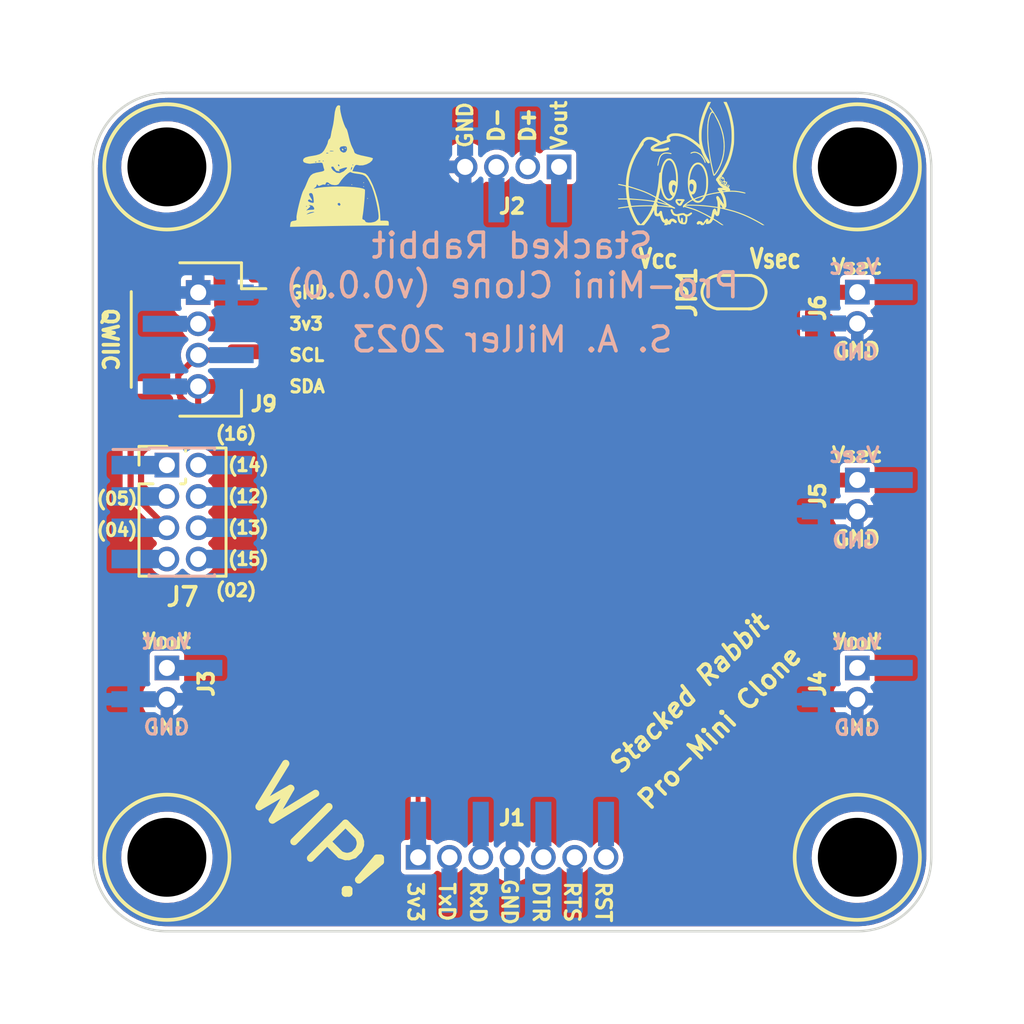
<source format=kicad_pcb>
(kicad_pcb (version 20211014) (generator pcbnew)
  (title_block (title "Pro-Mini Clone") (rev "0.0.0") (company "The Nerd Mage"))
  (layers (0 "F.Cu" signal) (31 "B.Cu" signal) (34 "B.Paste" user) (35 "F.Paste" user) (36 "B.SilkS" user "B.Silkscreen") (37 "F.SilkS" user "F.Silkscreen") (38 "B.Mask" user) (39 "F.Mask" user) (44 "Edge.Cuts" user))
  (net 0 "")
  (net 1 "SCL")
  (net 2 "SDA")
  (net 3 "GND")
  (net 4 "+3V3")
  (net 5 "IO3")
  (net 6 "IO1")
  (net 7 "/DTR")
  (net 8 "IO12")
  (net 9 "IO13")
  (net 13 "/RTS")
  (net 14 "IO16")
  (net 15 "RST")
  (net 16 "ATTACH")
  (net 17 "ALERT")
  (net 18 "Vsec")
  (net 19 "IO15")
  (net 20 "UD+")
  (net 21 "UD-")
  (footprint "Tinker:Mount" (layer "F.Cu") (at 114 114)
    (fp_text reference "REF**" hide)
    (fp_text value "Mount" hide)
    (pad "" np_thru_hole circle (at 0 0) (size 3.2 3.2) (drill 3.2) (layers *.Mask))
  )
  (footprint "Tinker:Board_Stacker_7" (layer "F.Cu") (at 96.19 114 90)
    (fp_text reference "J1" (at 1.6 3.81) (layer "F.SilkS") (effects (font (size 0.6 0.6))))
    (fp_text value "Conn_01x07_Male")
    (pad "1" thru_hole rect (at 0 0 90) (size 1 1) (drill 0.65) (layers *.Cu *.Mask) (net 4 "+3V3"))
    (pad "1" smd rect (at 1.35 0 90) (size 1.8 0.65) (layers "B.Cu" "B.Paste" "B.Mask") (net 4 "+3V3"))
    (pad "2" thru_hole oval (at 0 1.27 90) (size 1 1) (drill 0.65) (layers *.Cu *.Mask) (net 5 "IO3"))
    (pad "2" smd rect (at -1.35 1.27 90) (size 1.8 0.65) (layers "B.Cu" "B.Paste" "B.Mask") (net 5 "IO3"))
    (pad "3" smd rect (at 1.35 2.54 90) (size 1.8 0.65) (layers "B.Cu" "B.Paste" "B.Mask") (net 6 "IO1"))
    (pad "3" thru_hole oval (at 0 2.54 90) (size 1 1) (drill 0.65) (layers *.Cu *.Mask) (net 6 "IO1"))
    (pad "4" thru_hole oval (at 0 3.81 90) (size 1 1) (drill 0.65) (layers *.Cu *.Mask) (net 3 "GND"))
    (pad "4" smd rect (at -1.35 3.81 90) (size 1.8 0.65) (layers "B.Cu" "B.Paste" "B.Mask") (net 3 "GND"))
    (pad "5" smd rect (at 1.35 5.08 90) (size 1.8 0.65) (layers "B.Cu" "B.Paste" "B.Mask") (net 7 "/DTR"))
    (pad "5" thru_hole oval (at 0 5.08 90) (size 1 1) (drill 0.65) (layers *.Cu *.Mask) (net 7 "/DTR"))
    (pad "6" thru_hole oval (at 0 6.35 90) (size 1 1) (drill 0.65) (layers *.Cu *.Mask) (net 13 "/RTS"))
    (pad "6" smd rect (at -1.35 6.35 90) (size 1.8 0.65) (layers "B.Cu" "B.Paste" "B.Mask") (net 13 "/RTS"))
    (pad "7" smd rect (at 1.35 7.62 90) (size 1.8 0.65) (layers "B.Cu" "B.Paste" "B.Mask") (net 15 "RST"))
    (pad "7" thru_hole oval (at 0 7.62 90) (size 1 1) (drill 0.65) (layers *.Cu *.Mask) (net 15 "RST"))
  )
  (footprint "Tinker:Mount" (layer "F.Cu") (at 86 114)
    (fp_text reference "REF**" hide)
    (fp_text value "Mount" hide)
    (pad "" np_thru_hole circle (at 0 0) (size 3.2 3.2) (drill 3.2) (layers *.Mask))
  )
  (footprint "Tinker:QWIIC_Stack_II" (layer "F.Cu") (at 87.27 93 -90)
    (fp_text reference "J9" (at 2.61321 -2.663751) (layer "F.SilkS") (effects (font (size 0.6 0.6))))
    (fp_text value "QWIIC_Stackable")
    (pad "1" thru_hole rect (at -1.905 0) (size 1 1) (drill 0.65) (layers *.Cu *.Mask) (net 3 "GND"))
    (pad "1" smd roundrect (at -1.905 -0.877656 270) (size 0.6 1.55) (layers "F.Cu" "F.Paste" "F.Mask") (net 3 "GND"))
    (pad "1" smd rect (at -1.905 -1.35) (size 1.8 0.65) (layers "B.Cu" "B.Paste" "B.Mask") (net 3 "GND"))
    (pad "1" smd roundrect (at -1.5 -1.97 270) (size 0.6 1.55) (layers "F.Cu" "F.Paste" "F.Mask") (net 3 "GND"))
    (pad "2" thru_hole oval (at -0.635 0) (size 1 1) (drill 0.65) (layers *.Cu *.Mask) (net 4 "+3V3"))
    (pad "2" smd roundrect (at -0.5 -1.97 270) (size 0.6 1.55) (layers "F.Cu" "F.Paste" "F.Mask") (net 4 "+3V3"))
    (pad "2" smd rect (at -0.635 1.35) (size 1.8 0.65) (layers "B.Cu" "B.Paste" "B.Mask") (net 4 "+3V3"))
    (pad "2" smd roundrect (at -0.635 -0.877656 270) (size 0.6 1.55) (layers "F.Cu" "F.Paste" "F.Mask") (net 4 "+3V3"))
    (pad "3" smd rect (at 0.635 -1.35) (size 1.8 0.65) (layers "B.Cu" "B.Paste" "B.Mask") (net 2 "SDA"))
    (pad "3" thru_hole oval (at 0.635 0) (size 1 1) (drill 0.65) (layers *.Cu *.Mask) (net 2 "SDA"))
    (pad "3" smd roundrect (at 0.5 -1.97 270) (size 0.6 1.55) (layers "F.Cu" "F.Paste" "F.Mask") (net 2 "SDA"))
    (pad "3" smd roundrect (at 0.635 -0.877656 270) (size 0.6 1.55) (layers "F.Cu" "F.Paste" "F.Mask") (net 2 "SDA"))
    (pad "4" thru_hole oval (at 1.905 0) (size 1 1) (drill 0.65) (layers *.Cu *.Mask) (net 1 "SCL"))
    (pad "4" smd roundrect (at 1.5 -1.97 270) (size 0.6 1.55) (layers "F.Cu" "F.Paste" "F.Mask") (net 1 "SCL"))
    (pad "4" smd roundrect (at 1.905 -0.877656 270) (size 0.6 1.55) (layers "F.Cu" "F.Paste" "F.Mask") (net 1 "SCL"))
    (pad "4" smd rect (at 1.905 1.35) (size 1.8 0.65) (layers "B.Cu" "B.Paste" "B.Mask") (net 1 "SCL"))
    (pad "MP" smd roundrect (at -2.8 1.905 270) (size 1.2 1.8) (layers "F.Cu" "F.Paste" "F.Mask") (roundrect_rratio 0.208333) (net 3 "GND"))
    (pad "MP" smd roundrect (at 2.8 1.905 270) (size 1.2 1.8) (layers "F.Cu" "F.Paste" "F.Mask") (roundrect_rratio 0.208333) (net 3 "GND"))
  )
  (footprint "Tinker:DagNabbit" (layer "F.Cu") (at 107 86.5)
    (fp_text reference "REF**" hide)
    (fp_text value "DagNabbit" hide)
  )
  (footprint "Tinker:Board_Stacker_2" (layer "F.Cu") (at 114 106.32)
    (fp_text reference "J4" (at -1.6 0.635 90) (layer "F.SilkS") (effects (font (size 0.6 0.6))))
    (fp_text value "Conn_01x02_Male")
    (pad "1" thru_hole rect (at 0 0) (size 1 1) (drill 0.65) (layers *.Cu *.Mask))
    (pad "1" smd rect (at 1.35 0) (size 1.8 0.65) (layers "B.Cu" "B.Paste" "B.Mask"))
    (pad "2" smd rect (at -1.35 1.27) (size 1.8 0.65) (layers "B.Cu" "B.Paste" "B.Mask") (net 3 "GND"))
    (pad "2" thru_hole oval (at 0 1.27) (size 1 1) (drill 0.65) (layers *.Cu *.Mask) (net 3 "GND"))
  )
  (footprint "Tinker:Mount" (layer "F.Cu") (at 114 86)
    (fp_text reference "REF**" hide)
    (fp_text value "Mount" hide)
    (pad "" np_thru_hole circle (at 0 0) (size 3.2 3.2) (drill 3.2) (layers *.Mask))
  )
  (footprint "Tinker:Board_Stacker_2" (layer "F.Cu") (at 86 106.32)
    (fp_text reference "J3" (at 1.6 0.635 90) (layer "F.SilkS") (effects (font (size 0.6 0.6))))
    (fp_text value "Conn_01x02_Male")
    (pad "1" thru_hole rect (at 0 0) (size 1 1) (drill 0.65) (layers *.Cu *.Mask))
    (pad "1" smd rect (at 1.35 0) (size 1.8 0.65) (layers "B.Cu" "B.Paste" "B.Mask"))
    (pad "2" thru_hole oval (at 0 1.27) (size 1 1) (drill 0.65) (layers *.Cu *.Mask) (net 3 "GND"))
    (pad "2" smd rect (at -1.35 1.27) (size 1.8 0.65) (layers "B.Cu" "B.Paste" "B.Mask") (net 3 "GND"))
  )
  (footprint "Tinker:NerdMage" (layer "F.Cu") (at 93 85.9)
    (fp_text reference "G***" hide)
    (fp_text value "LOGO" hide)
  )
  (footprint "Tinker:Board_Stacker_2" (layer "F.Cu") (at 114 91.08)
    (fp_text reference "J6" (at -1.6 0.635 90) (layer "F.SilkS") (effects (font (size 0.6 0.6))))
    (fp_text value "Conn_01x02_Male")
    (pad "1" smd rect (at 1.35 0) (size 1.8 0.65) (layers "B.Cu" "B.Paste" "B.Mask") (net 18 "Vsec"))
    (pad "1" thru_hole rect (at 0 0) (size 1 1) (drill 0.65) (layers *.Cu *.Mask) (net 18 "Vsec"))
    (pad "2" smd rect (at -1.35 1.27) (size 1.8 0.65) (layers "B.Cu" "B.Paste" "B.Mask") (net 3 "GND"))
    (pad "2" thru_hole oval (at 0 1.27) (size 1 1) (drill 0.65) (layers *.Cu *.Mask) (net 3 "GND"))
  )
  (footprint "Tinker:Board_Stacker_2" (layer "F.Cu") (at 114 98.7)
    (fp_text reference "J5" (at -1.6 0.635 90) (layer "F.SilkS") (effects (font (size 0.6 0.6))))
    (fp_text value "Conn_01x02_Male")
    (pad "1" smd rect (at 1.35 0) (size 1.8 0.65) (layers "B.Cu" "B.Paste" "B.Mask") (net 18 "Vsec"))
    (pad "1" thru_hole rect (at 0 0) (size 1 1) (drill 0.65) (layers *.Cu *.Mask) (net 18 "Vsec"))
    (pad "2" smd rect (at -1.35 1.27) (size 1.8 0.65) (layers "B.Cu" "B.Paste" "B.Mask") (net 3 "GND"))
    (pad "2" thru_hole oval (at 0 1.27) (size 1 1) (drill 0.65) (layers *.Cu *.Mask) (net 3 "GND"))
  )
  (footprint "Tinker:Mount" (layer "F.Cu") (at 86 86)
    (fp_text reference "REF**" hide)
    (fp_text value "Mount" hide)
    (pad "" np_thru_hole circle (at 0 0) (size 3.2 3.2) (drill 3.2) (layers *.Mask))
  )
  (footprint "Tinker:Board_Stacker_4" (layer "F.Cu") (at 101.905 86 -90)
    (fp_text reference "J2" (at 1.6 1.905) (layer "F.SilkS") (effects (font (size 0.6 0.6))))
    (fp_text value "Conn_01x04_Male")
    (pad "1" smd rect (at 1.35 0 270) (size 1.8 0.65) (layers "B.Cu" "B.Paste" "B.Mask"))
    (pad "1" thru_hole rect (at 0 0 270) (size 1 1) (drill 0.65) (layers *.Cu *.Mask))
    (pad "2" smd rect (at -1.35 1.27 270) (size 1.8 0.65) (layers "B.Cu" "B.Paste" "B.Mask") (net 20 "UD+"))
    (pad "2" thru_hole oval (at 0 1.27 270) (size 1 1) (drill 0.65) (layers *.Cu *.Mask) (net 20 "UD+"))
    (pad "3" thru_hole oval (at 0 2.54 270) (size 1 1) (drill 0.65) (layers *.Cu *.Mask) (net 21 "UD-"))
    (pad "3" smd rect (at 1.35 2.54 270) (size 1.8 0.65) (layers "B.Cu" "B.Paste" "B.Mask") (net 21 "UD-"))
    (pad "4" thru_hole oval (at 0 3.81 270) (size 1 1) (drill 0.65) (layers *.Cu *.Mask) (net 3 "GND"))
    (pad "4" smd rect (at -1.35 3.81 270) (size 1.8 0.65) (layers "B.Cu" "B.Paste" "B.Mask") (net 3 "GND"))
  )
  (footprint "Tinker:SolderJumper-2_P_Open_Rounded_skinny" (layer "F.Cu") (at 109 91.08 180)
    (fp_text reference "JP1" (at 1.9 0 90) (layer "F.SilkS") (effects (font (size 0.75 0.75))))
    (fp_text value "SolderJumper_2_Open" hide)
    (pad "1" smd custom (at -0.65 0 180) (size 1 0.2) (layers "F.Cu" "F.Mask") (net 18 "Vsec") (options (clearance outline) (anchor rect)) (primitives (gr_circle (center 0 0.1) (end 0.5 0.1) (width 0) (fill yes)) (gr_circle (center 0 -0.1) (end 0.5 -0.1) (width 0) (fill yes)) (gr_poly (pts (xy 0.5 0.6) (xy 0 0.6) (xy 0 -0.6) (xy 0.5 -0.6)) (width 0) (fill yes))))
    (pad "2" smd custom (at 0.65 0 180) (size 1 0.2) (layers "F.Cu" "F.Mask") (net 4 "+3V3") (options (clearance outline) (anchor rect)) (primitives (gr_circle (center 0 0.1) (end 0.5 0.1) (width 0) (fill yes)) (gr_circle (center 0 -0.1) (end 0.5 -0.1) (width 0) (fill yes)) (gr_poly (pts (xy 0 0.6) (xy -0.5 0.6) (xy -0.5 -0.6) (xy 0 -0.6)) (width 0) (fill yes))))
  )
  (footprint "Tinker:PinHeader_2x04_P1.27mm_Vertical" (layer "F.Cu") (at 86 98.095)
    (fp_text reference "J7" (at 0.635 5.345) (layer "F.SilkS") (effects (font (size 0.75 0.75))))
    (fp_text value "Conn_01x08_Male")
    (pad "1" smd rect (at -1.195 0) (size 2.1 0.75) (layers "B.Cu" "B.Paste" "B.Mask") (net 14 "IO16"))
    (pad "1" thru_hole rect (at 0 0) (size 1 1) (drill 0.65) (layers *.Cu *.Mask) (net 14 "IO16"))
    (pad "2" smd rect (at 2.405 0) (size 2.1 0.75) (layers "B.Cu" "B.Paste" "B.Mask") (net 16 "ATTACH"))
    (pad "2" thru_hole oval (at 1.27 0) (size 1 1) (drill 0.65) (layers *.Cu *.Mask) (net 16 "ATTACH"))
    (pad "3" thru_hole oval (at 0 1.27) (size 1 1) (drill 0.65) (layers *.Cu *.Mask) (net 1 "SCL"))
    (pad "3" smd rect (at -1.195 1.27) (size 2.1 0.75) (layers "B.Cu" "B.Paste" "B.Mask") (net 1 "SCL"))
    (pad "4" smd rect (at 2.405 1.27) (size 2.1 0.75) (layers "B.Cu" "B.Paste" "B.Mask") (net 8 "IO12"))
    (pad "4" thru_hole oval (at 1.27 1.27) (size 1 1) (drill 0.65) (layers *.Cu *.Mask) (net 8 "IO12"))
    (pad "5" smd rect (at -1.195 2.54) (size 2.1 0.75) (layers "B.Cu" "B.Paste" "B.Mask") (net 2 "SDA"))
    (pad "5" thru_hole oval (at 0 2.54) (size 1 1) (drill 0.65) (layers *.Cu *.Mask) (net 2 "SDA"))
    (pad "6" thru_hole oval (at 1.27 2.54) (size 1 1) (drill 0.65) (layers *.Cu *.Mask) (net 9 "IO13"))
    (pad "6" smd rect (at 2.405 2.54) (size 2.1 0.75) (layers "B.Cu" "B.Paste" "B.Mask") (net 9 "IO13"))
    (pad "7" thru_hole oval (at 0 3.81) (size 1 1) (drill 0.65) (layers *.Cu *.Mask) (net 17 "ALERT"))
    (pad "7" smd rect (at -1.195 3.81) (size 2.1 0.75) (layers "B.Cu" "B.Paste" "B.Mask") (net 17 "ALERT"))
    (pad "8" thru_hole oval (at 1.27 3.81) (size 1 1) (drill 0.65) (layers *.Cu *.Mask) (net 19 "IO15"))
    (pad "8" smd rect (at 2.405 3.81) (size 2.1 0.75) (layers "B.Cu" "B.Paste" "B.Mask") (net 19 "IO15"))
  )
  (gr_line (start 117 86) (end 117 114) (layer "Edge.Cuts") (width 0.1))
  (gr_arc (start 86 117) (mid 83.87868 116.12132) (end 83 114) (layer "Edge.Cuts") (width 0.1))
  (gr_arc (start 83 86) (mid 83.87868 83.87868) (end 86 83) (layer "Edge.Cuts") (width 0.1))
  (gr_line (start 86 83) (end 114 83) (layer "Edge.Cuts") (width 0.1))
  (gr_line (start 83 114) (end 83 86) (layer "Edge.Cuts") (width 0.1))
  (gr_arc (start 114 83) (mid 116.12132 83.87868) (end 117 86) (layer "Edge.Cuts") (width 0.1))
  (gr_line (start 86 117) (end 114 117) (layer "Edge.Cuts") (width 0.1))
  (gr_arc (start 117 114) (mid 116.12132 116.12132) (end 114 117) (layer "Edge.Cuts") (width 0.1))
  (gr_text "Stacked Rabbit\n${TITLE} (v${REVISION})" (at 100 90) (layer "B.SilkS") (effects (font (size 1 1)) (justify mirror)))
  (gr_text "GND" (at 113.911636 93.524122) (layer "B.SilkS") (effects (font (size 0.6 0.6) (thickness 0.125)) (justify mirror)))
  (gr_text "GND" (at 113.911636 101.157043) (layer "B.SilkS") (effects (font (size 0.6 0.6) (thickness 0.125)) (justify mirror)))
  (gr_text "Vsec" (at 113.872799 90.048265) (layer "B.SilkS") (effects (font (size 0.6 0.6) (thickness 0.125)) (justify mirror)))
  (gr_text "Vout" (at 85.997632 105.251142) (layer "B.SilkS") (effects (font (size 0.6 0.6) (thickness 0.125)) (justify mirror)))
  (gr_text "Vout" (at 114 105.269126) (layer "B.SilkS") (effects (font (size 0.6 0.6) (thickness 0.125)) (justify mirror)))
  (gr_text "GND" (at 85.984147 108.730235) (layer "B.SilkS") (effects (font (size 0.6 0.6) (thickness 0.125)) (justify mirror)))
  (gr_text "S. A. Miller 2023" (at 100 93) (layer "B.SilkS") (effects (font (size 1 1)) (justify mirror)))
  (gr_text "Vsec" (at 113.872799 97.681186) (layer "B.SilkS") (effects (font (size 0.6 0.6) (thickness 0.125)) (justify mirror)))
  (gr_text "GND" (at 113.986515 108.748219) (layer "B.SilkS") (effects (font (size 0.6 0.6) (thickness 0.125)) (justify mirror)))
  (gr_text "SCL" (at 90.9 93.635) (layer "F.SilkS") (effects (font (size 0.5 0.5) (thickness 0.125)) (justify left)))
  (gr_text "Stacked Rabbit" (at 107.16368 107.360377 45) (layer "F.SilkS") (effects (font (size 0.75 0.75) (thickness 0.15) italic)))
  (gr_text "(15)" (at 90.2 101.905) (layer "F.SilkS") (effects (font (size 0.5 0.5) (thickness 0.125)) (justify right)))
  (gr_text "(14)" (at 90.2 98.095) (layer "F.SilkS") (effects (font (size 0.5 0.5) (thickness 0.125)) (justify right)))
  (gr_text "WIP!" (at 92.034086 112.954899 -45) (layer "F.SilkS") (effects (font (size 2 2) (thickness 0.3))))
  (gr_text "(02)" (at 89.7 103.175) (layer "F.SilkS") (effects (font (size 0.5 0.5) (thickness 0.125)) (justify right)))
  (gr_text "Vout" (at 85.988239 105.227507) (layer "F.SilkS") (effects (font (size 0.6 0.6) (thickness 0.125))))
  (gr_text "RxD" (at 98.622125 115.812234 270) (layer "F.SilkS") (effects (font (size 0.6 0.6) (thickness 0.125))))
  (gr_text "(05)" (at 84.87 99.4575) (layer "F.SilkS") (effects (font (size 0.5 0.5) (thickness 0.125)) (justify right)))
  (gr_text "Vsec" (at 110.68 89.726721) (layer "F.SilkS") (effects (font (size 0.75 0.6))))
  (gr_text "TxD" (at 97.352125 115.812234 270) (layer "F.SilkS") (effects (font (size 0.6 0.6) (thickness 0.125))))
  (gr_text "GND" (at 113.990607 108.745491) (layer "F.SilkS") (effects (font (size 0.6 0.6) (thickness 0.125))))
  (gr_text "GND" (at 85.988239 108.727507) (layer "F.SilkS") (effects (font (size 0.6 0.6) (thickness 0.125))))
  (gr_text "GND" (at 90.9 91.095) (layer "F.SilkS") (effects (font (size 0.5 0.5) (thickness 0.125)) (justify left)))
  (gr_text "GND" (at 99.892125 115.812234 270) (layer "F.SilkS") (effects (font (size 0.6 0.6) (thickness 0.125))))
  (gr_text "(12)" (at 90.2 99.365) (layer "F.SilkS") (effects (font (size 0.5 0.5) (thickness 0.125)) (justify right)))
  (gr_text "GND" (at 114 101.077551) (layer "F.SilkS") (effects (font (size 0.6 0.6) (thickness 0.125))))
  (gr_text "(16)" (at 89.7 96.825) (layer "F.SilkS") (effects (font (size 0.5 0.5) (thickness 0.125)) (justify right)))
  (gr_text "QWIIC" (at 83.695923 93 270) (layer "F.SilkS") (effects (font (size 0.6 0.6))))
  (gr_text "RTS" (at 102.432125 115.812234 270) (layer "F.SilkS") (effects (font (size 0.6 0.6) (thickness 0.125))))
  (gr_text "DTR" (at 101.162125 115.812234 270) (layer "F.SilkS") (effects (font (size 0.6 0.6) (thickness 0.125))))
  (gr_text "GND" (at 114 93.44463) (layer "F.SilkS") (effects (font (size 0.6 0.6) (thickness 0.125))))
  (gr_text "RST" (at 103.702125 115.812234 270) (layer "F.SilkS") (effects (font (size 0.6 0.6) (thickness 0.125))))
  (gr_text "Vsec" (at 114 90.04463) (layer "F.SilkS") (effects (font (size 0.6 0.6) (thickness 0.125))))
  (gr_text "${TITLE}" (at 108.417957 108.740082 45) (layer "F.SilkS") (effects (font (size 0.75 0.75))))
  (gr_text "GND" (at 98.095 84.3 90) (layer "F.SilkS") (effects (font (size 0.6 0.6) (thickness 0.125))))
  (gr_text "Vsec" (at 114 97.677551) (layer "F.SilkS") (effects (font (size 0.6 0.6) (thickness 0.125))))
  (gr_text "Vout" (at 101.905 84.3 90) (layer "F.SilkS") (effects (font (size 0.6 0.6) (thickness 0.125))))
  (gr_text "3v3" (at 90.9 92.365) (layer "F.SilkS") (effects (font (size 0.5 0.5) (thickness 0.125)) (justify left)))
  (gr_text "D-" (at 99.365 84.3 90) (layer "F.SilkS") (effects (font (size 0.6 0.6))))
  (gr_text "Vout" (at 113.990607 105.245491) (layer "F.SilkS") (effects (font (size 0.6 0.6) (thickness 0.125))))
  (gr_text "(13)" (at 90.2 100.635) (layer "F.SilkS") (effects (font (size 0.5 0.5) (thickness 0.125)) (justify right)))
  (gr_text "D+" (at 100.635 84.3 90) (layer "F.SilkS") (effects (font (size 0.6 0.6))))
  (gr_text "(04)" (at 84.87 100.7275) (layer "F.SilkS") (effects (font (size 0.5 0.5) (thickness 0.125)) (justify right)))
  (gr_text "3v3" (at 96.082125 115.812234 270) (layer "F.SilkS") (effects (font (size 0.6 0.6) (thickness 0.125))))
  (gr_text "Vcc" (at 105.924051 89.726721) (layer "F.SilkS") (effects (font (size 0.75 0.6))))
  (gr_text "SDA" (at 90.9 94.905) (layer "F.SilkS") (effects (font (size 0.5 0.5) (thickness 0.125)) (justify left)))
  (segment (start 84.953028 97.621666) (end 84.953028 98.866665) (width 0.25) (layer "F.Cu") (net 1))
  (segment (start 87.27 94.905) (end 87.27 96.50211) (width 0.25) (layer "F.Cu") (net 1))
  (segment (start 85.275274 97.29942) (end 84.953028 97.621666) (width 0.25) (layer "F.Cu") (net 1))
  (segment (start 85.451363 99.365) (end 86.03 99.365) (width 0.25) (layer "F.Cu") (net 1))
  (segment (start 86.47269 97.29942) (end 85.275274 97.29942) (width 0.25) (layer "F.Cu") (net 1))
  (segment (start 87.27 96.50211) (end 86.47269 97.29942) (width 0.25) (layer "F.Cu") (net 1))
  (segment (start 84.953028 98.866665) (end 85.451363 99.365) (width 0.25) (layer "F.Cu") (net 1))
  (segment (start 86.807454 95.599686) (end 86.54 95.332232) (width 0.25) (layer "F.Cu") (net 2))
  (segment (start 86.54 95.332232) (end 86.54 95.232538) (width 0.25) (layer "F.Cu") (net 2))
  (segment (start 86.807454 96.39897) (end 86.807454 95.599686) (width 0.25) (layer "F.Cu") (net 2))
  (segment (start 86 100.635) (end 84.52967 99.16467) (width 0.25) (layer "F.Cu") (net 2))
  (segment (start 84.52967 99.16467) (end 84.52967 97.479339) (width 0.25) (layer "F.Cu") (net 2))
  (segment (start 84.52967 97.479339) (end 85.109589 96.89942) (width 0.25) (layer "F.Cu") (net 2))
  (segment (start 85.109589 96.89942) (end 86.307004 96.89942) (width 0.25) (layer "F.Cu") (net 2))
  (segment (start 86.54 95.232538) (end 86.460497 95.153035) (width 0.25) (layer "F.Cu") (net 2))
  (segment (start 86.307004 96.89942) (end 86.807454 96.39897) (width 0.25) (layer "F.Cu") (net 2))
  (segment (start 86.460497 95.153035) (end 86.460497 94.444503) (width 0.25) (layer "F.Cu") (net 2))
  (segment (start 86.460497 94.444503) (end 87.27 93.635) (width 0.25) (layer "F.Cu") (net 2))
  (segment (start 87.27 92.365) (end 107.065 92.365) (width 0.2) (layer "F.Cu") (net 4))
  (segment (start 89.413159 92.365) (end 87.27 92.365) (width 0.2) (layer "F.Cu") (net 4))
  (segment (start 96.19 99.141841) (end 89.413159 92.365) (width 0.2) (layer "F.Cu") (net 4))
  (segment (start 96.19 114) (end 96.19 99.141841) (width 0.2) (layer "F.Cu") (net 4))
  (segment (start 107.065 92.365) (end 108.35 91.08) (width 0.2) (layer "F.Cu") (net 4))
  (segment (start 113.892282 91.090572) (end 113.902854 91.08) (width 0.6) (layer "F.Cu") (net 18))
  (segment (start 112.868116 98.7) (end 112.179333 98.011217) (width 0.6) (layer "F.Cu") (net 18))
  (segment (start 113.018199 91.090572) (end 113.892282 91.090572) (width 0.6) (layer "F.Cu") (net 18))
  (segment (start 112.179333 98.011217) (end 112.179333 91.929438) (width 0.6) (layer "F.Cu") (net 18))
  (segment (start 112.179333 91.929438) (end 113.018199 91.090572) (width 0.6) (layer "F.Cu") (net 18))
  (segment (start 114 91.08) (end 109.65 91.08) (width 0.6) (layer "F.Cu") (net 18))
  (segment (start 113.97 98.7) (end 112.868116 98.7) (width 0.6) (layer "F.Cu") (net 18))
  (zone (net 3) (net_name "GND") (layer "F.Cu") (connect_pads (clearance 0.2)) (min_thickness 0.254) (fill yes (thermal_gap 0.508) (thermal_bridge_width 0.508))
    (polygon (pts (xy 119.951023 119.015864) (xy 80.11881 119.015864) (xy 80.11881 81.557769) (xy 119.951023 81.557769)))
  )
  (zone (net 3) (net_name "GND") (layer "B.Cu") (connect_pads (clearance 0.2)) (min_thickness 0.2) (fill yes (thermal_gap 0.2) (thermal_bridge_width 0.508))
    (polygon (pts (xy 119.380001 118.507005) (xy 80.682697 118.507005) (xy 80.682697 82.09421) (xy 119.380001 82.09421)))
  )
)
</source>
